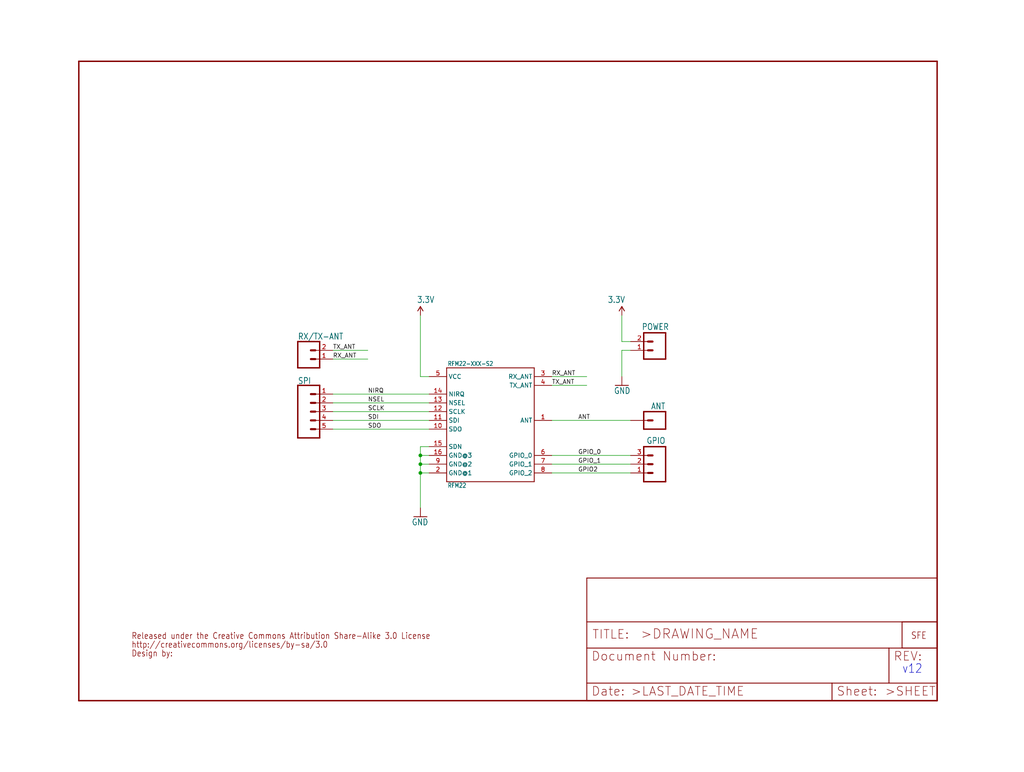
<source format=kicad_sch>
(kicad_sch (version 20211123) (generator eeschema)
  (paper "User" 297.002 223.926)
  (lib_symbols
    (symbol "schematicEagle-eagle-import:3.3V" (power)
      (property "Value" "3.3V" (at -1.016 3.556 0))
      (symbol "3.3V_1_0"
        (polyline (pts (xy 0 2.54) (xy -0.762 1.27)) (stroke (width 0.254)))
        (polyline (pts (xy 0.762 1.27) (xy 0 2.54)) (stroke (width 0.254)))
        (pin power_in line (at 0 0 90) (length 2.54) (name "3.3V") (number "1"))
      )
    )
    (symbol "schematicEagle-eagle-import:CREATIVE_COMMONS"
      (symbol "CREATIVE_COMMONS_1_0"
        (text "Design by:" (at 0 0 0) (effects (font (size 1.778 1.5113)) (justify left bottom)))
        (text "http://creativecommons.org/licenses/by-sa/3.0" (at 0 2.54 0) (effects (font (size 1.778 1.5113)) (justify left bottom)))
        (text "Released under the Creative Commons Attribution Share-Alike 3.0 License" (at 0 5.08 0) (effects (font (size 1.778 1.5113)) (justify left bottom)))
      )
    )
    (symbol "schematicEagle-eagle-import:FRAME-LETTER"
      (symbol "FRAME-LETTER_1_0"
        (polyline (pts (xy 0 0) (xy 248.92 0)) (stroke (width 0.4064)))
        (polyline (pts (xy 0 185.42) (xy 0 0)) (stroke (width 0.4064)))
        (polyline (pts (xy 0 185.42) (xy 248.92 185.42)) (stroke (width 0.4064)))
        (polyline (pts (xy 248.92 185.42) (xy 248.92 0)) (stroke (width 0.4064)))
      )
      (symbol "FRAME-LETTER_2_0"
        (polyline (pts (xy 0 0) (xy 0 5.08)) (stroke (width 0.254)))
        (polyline (pts (xy 0 0) (xy 71.12 0)) (stroke (width 0.254)))
        (polyline (pts (xy 0 5.08) (xy 0 15.24)) (stroke (width 0.254)))
        (polyline (pts (xy 0 5.08) (xy 71.12 5.08)) (stroke (width 0.254)))
        (polyline (pts (xy 0 15.24) (xy 0 22.86)) (stroke (width 0.254)))
        (polyline (pts (xy 0 22.86) (xy 0 35.56)) (stroke (width 0.254)))
        (polyline (pts (xy 0 22.86) (xy 101.6 22.86)) (stroke (width 0.254)))
        (polyline (pts (xy 71.12 0) (xy 101.6 0)) (stroke (width 0.254)))
        (polyline (pts (xy 71.12 5.08) (xy 71.12 0)) (stroke (width 0.254)))
        (polyline (pts (xy 71.12 5.08) (xy 87.63 5.08)) (stroke (width 0.254)))
        (polyline (pts (xy 87.63 5.08) (xy 101.6 5.08)) (stroke (width 0.254)))
        (polyline (pts (xy 87.63 15.24) (xy 0 15.24)) (stroke (width 0.254)))
        (polyline (pts (xy 87.63 15.24) (xy 87.63 5.08)) (stroke (width 0.254)))
        (polyline (pts (xy 101.6 5.08) (xy 101.6 0)) (stroke (width 0.254)))
        (polyline (pts (xy 101.6 15.24) (xy 87.63 15.24)) (stroke (width 0.254)))
        (polyline (pts (xy 101.6 15.24) (xy 101.6 5.08)) (stroke (width 0.254)))
        (polyline (pts (xy 101.6 22.86) (xy 101.6 15.24)) (stroke (width 0.254)))
        (polyline (pts (xy 101.6 35.56) (xy 0 35.56)) (stroke (width 0.254)))
        (polyline (pts (xy 101.6 35.56) (xy 101.6 22.86)) (stroke (width 0.254)))
        (text ">DRAWING_NAME" (at 15.494 17.78 0) (effects (font (size 2.7432 2.7432)) (justify left bottom)))
        (text ">LAST_DATE_TIME" (at 12.7 1.27 0) (effects (font (size 2.54 2.54)) (justify left bottom)))
        (text ">SHEET" (at 86.36 1.27 0) (effects (font (size 2.54 2.54)) (justify left bottom)))
        (text "Date:" (at 1.27 1.27 0) (effects (font (size 2.54 2.54)) (justify left bottom)))
        (text "Document Number:" (at 1.27 11.43 0) (effects (font (size 2.54 2.54)) (justify left bottom)))
        (text "REV:" (at 88.9 11.43 0) (effects (font (size 2.54 2.54)) (justify left bottom)))
        (text "Sheet:" (at 72.39 1.27 0) (effects (font (size 2.54 2.54)) (justify left bottom)))
        (text "TITLE:" (at 1.524 17.78 0) (effects (font (size 2.54 2.54)) (justify left bottom)))
      )
    )
    (symbol "schematicEagle-eagle-import:GND" (power)
      (property "Value" "GND" (at -2.54 -2.54 0))
      (symbol "GND_1_0"
        (polyline (pts (xy -1.905 0) (xy 1.905 0)) (stroke (width 0.254)))
        (pin power_in line (at 0 2.54 270) (length 2.54) (name "GND") (number "1"))
      )
    )
    (symbol "schematicEagle-eagle-import:LOGO-SFENEW"
      (symbol "LOGO-SFENEW_1_0"
        (polyline (pts (xy -2.54 -2.54) (xy 7.62 -2.54)) (stroke (width 0.254)))
        (polyline (pts (xy -2.54 5.08) (xy -2.54 -2.54)) (stroke (width 0.254)))
        (polyline (pts (xy 7.62 -2.54) (xy 7.62 5.08)) (stroke (width 0.254)))
        (polyline (pts (xy 7.62 5.08) (xy -2.54 5.08)) (stroke (width 0.254)))
        (text "SFE" (at 0 0 0) (effects (font (size 1.9304 1.6408)) (justify left bottom)))
      )
    )
    (symbol "schematicEagle-eagle-import:M01PTH"
      (property "Reference" "JP" (at -2.54 3.302 0))
      (property "Value" "M01PTH" (at -2.54 -5.08 0))
      (symbol "M01PTH_1_0"
        (polyline (pts (xy -2.54 2.54) (xy -2.54 -2.54)) (stroke (width 0.4064)))
        (polyline (pts (xy -2.54 2.54) (xy 3.81 2.54)) (stroke (width 0.4064)))
        (polyline (pts (xy 1.27 0) (xy 2.54 0)) (stroke (width 0.6096)))
        (polyline (pts (xy 3.81 -2.54) (xy -2.54 -2.54)) (stroke (width 0.4064)))
        (polyline (pts (xy 3.81 -2.54) (xy 3.81 2.54)) (stroke (width 0.4064)))
        (pin passive line (at 7.62 0 180) (length 5.08) (name "1") (number "1"))
      )
    )
    (symbol "schematicEagle-eagle-import:M02PTH"
      (property "Reference" "JP" (at -2.54 5.842 0))
      (property "Value" "M02PTH" (at -2.54 -5.08 0))
      (symbol "M02PTH_1_0"
        (polyline (pts (xy -2.54 5.08) (xy -2.54 -2.54)) (stroke (width 0.4064)))
        (polyline (pts (xy -2.54 5.08) (xy 3.81 5.08)) (stroke (width 0.4064)))
        (polyline (pts (xy 1.27 0) (xy 2.54 0)) (stroke (width 0.6096)))
        (polyline (pts (xy 1.27 2.54) (xy 2.54 2.54)) (stroke (width 0.6096)))
        (polyline (pts (xy 3.81 -2.54) (xy -2.54 -2.54)) (stroke (width 0.4064)))
        (polyline (pts (xy 3.81 -2.54) (xy 3.81 5.08)) (stroke (width 0.4064)))
        (pin passive line (at 7.62 0 180) (length 5.08) (name "1") (number "1"))
        (pin passive line (at 7.62 2.54 180) (length 5.08) (name "2") (number "2"))
      )
    )
    (symbol "schematicEagle-eagle-import:M03PTH"
      (property "Reference" "JP" (at -2.54 5.842 0))
      (property "Value" "M03PTH" (at -2.54 -7.62 0))
      (symbol "M03PTH_1_0"
        (polyline (pts (xy -2.54 5.08) (xy -2.54 -5.08)) (stroke (width 0.4064)))
        (polyline (pts (xy -2.54 5.08) (xy 3.81 5.08)) (stroke (width 0.4064)))
        (polyline (pts (xy 1.27 -2.54) (xy 2.54 -2.54)) (stroke (width 0.6096)))
        (polyline (pts (xy 1.27 0) (xy 2.54 0)) (stroke (width 0.6096)))
        (polyline (pts (xy 1.27 2.54) (xy 2.54 2.54)) (stroke (width 0.6096)))
        (polyline (pts (xy 3.81 -5.08) (xy -2.54 -5.08)) (stroke (width 0.4064)))
        (polyline (pts (xy 3.81 -5.08) (xy 3.81 5.08)) (stroke (width 0.4064)))
        (pin passive line (at 7.62 -2.54 180) (length 5.08) (name "1") (number "1"))
        (pin passive line (at 7.62 0 180) (length 5.08) (name "2") (number "2"))
        (pin passive line (at 7.62 2.54 180) (length 5.08) (name "3") (number "3"))
      )
    )
    (symbol "schematicEagle-eagle-import:M05PTH"
      (property "Reference" "JP" (at -2.54 8.382 0))
      (property "Value" "M05PTH" (at -2.54 -10.16 0))
      (symbol "M05PTH_1_0"
        (polyline (pts (xy -2.54 7.62) (xy -2.54 -7.62)) (stroke (width 0.4064)))
        (polyline (pts (xy -2.54 7.62) (xy 3.81 7.62)) (stroke (width 0.4064)))
        (polyline (pts (xy 1.27 -5.08) (xy 2.54 -5.08)) (stroke (width 0.6096)))
        (polyline (pts (xy 1.27 -2.54) (xy 2.54 -2.54)) (stroke (width 0.6096)))
        (polyline (pts (xy 1.27 0) (xy 2.54 0)) (stroke (width 0.6096)))
        (polyline (pts (xy 1.27 2.54) (xy 2.54 2.54)) (stroke (width 0.6096)))
        (polyline (pts (xy 1.27 5.08) (xy 2.54 5.08)) (stroke (width 0.6096)))
        (polyline (pts (xy 3.81 -7.62) (xy -2.54 -7.62)) (stroke (width 0.4064)))
        (polyline (pts (xy 3.81 -7.62) (xy 3.81 7.62)) (stroke (width 0.4064)))
        (pin passive line (at 7.62 -5.08 180) (length 5.08) (name "1") (number "1"))
        (pin passive line (at 7.62 -2.54 180) (length 5.08) (name "2") (number "2"))
        (pin passive line (at 7.62 0 180) (length 5.08) (name "3") (number "3"))
        (pin passive line (at 7.62 2.54 180) (length 5.08) (name "4") (number "4"))
        (pin passive line (at 7.62 5.08 180) (length 5.08) (name "5") (number "5"))
      )
    )
    (symbol "schematicEagle-eagle-import:RFM22"
      (property "Value" "RFM22" (at -12.446 -17.018 0))
      (symbol "RFM22_1_0"
        (polyline (pts (xy -12.7 -15.24) (xy 12.7 -15.24)) (stroke (width 0.254)))
        (polyline (pts (xy -12.7 17.78) (xy -12.7 -15.24)) (stroke (width 0.254)))
        (polyline (pts (xy 12.7 -15.24) (xy 12.7 17.78)) (stroke (width 0.254)))
        (polyline (pts (xy 12.7 17.78) (xy -12.7 17.78)) (stroke (width 0.254)))
        (pin bidirectional line (at 17.78 2.54 180) (length 5.08) (name "ANT") (number "1"))
        (pin output line (at -17.78 0 0) (length 5.08) (name "SDO") (number "10"))
        (pin input line (at -17.78 2.54 0) (length 5.08) (name "SDI") (number "11"))
        (pin input line (at -17.78 5.08 0) (length 5.08) (name "SCLK") (number "12"))
        (pin input line (at -17.78 7.62 0) (length 5.08) (name "NSEL") (number "13"))
        (pin output line (at -17.78 10.16 0) (length 5.08) (name "NIRQ") (number "14"))
        (pin input line (at -17.78 -5.08 0) (length 5.08) (name "SDN") (number "15"))
        (pin power_in line (at -17.78 -7.62 0) (length 5.08) (name "GND@3") (number "16"))
        (pin power_in line (at -17.78 -12.7 0) (length 5.08) (name "GND@1") (number "2"))
        (pin input line (at 17.78 15.24 180) (length 5.08) (name "RX_ANT") (number "3"))
        (pin input line (at 17.78 12.7 180) (length 5.08) (name "TX_ANT") (number "4"))
        (pin bidirectional line (at -17.78 15.24 0) (length 5.08) (name "VCC") (number "5"))
        (pin bidirectional line (at 17.78 -7.62 180) (length 5.08) (name "GPIO_0") (number "6"))
        (pin bidirectional line (at 17.78 -10.16 180) (length 5.08) (name "GPIO_1") (number "7"))
        (pin bidirectional line (at 17.78 -12.7 180) (length 5.08) (name "GPIO_2") (number "8"))
        (pin power_in line (at -17.78 -10.16 0) (length 5.08) (name "GND@2") (number "9"))
      )
    )
  )
  (junction (at 121.92 134.62))
  (junction (at 121.92 132.08))
  (junction (at 121.92 137.16))
  (wire (pts (xy 121.92 91.44) (xy 121.92 109.22)))
  (wire (pts (xy 121.92 134.62) (xy 121.92 137.16)))
  (wire (pts (xy 182.88 101.6) (xy 180.34 101.6)))
  (wire (pts (xy 124.46 116.84) (xy 96.52 116.84)))
  (wire (pts (xy 96.52 101.6) (xy 106.68 101.6)))
  (wire (pts (xy 121.92 129.54) (xy 121.92 132.08)))
  (wire (pts (xy 96.52 104.14) (xy 106.68 104.14)))
  (wire (pts (xy 180.34 99.06) (xy 180.34 91.44)))
  (wire (pts (xy 124.46 137.16) (xy 121.92 137.16)))
  (wire (pts (xy 160.02 111.76) (xy 170.18 111.76)))
  (wire (pts (xy 124.46 121.92) (xy 96.52 121.92)))
  (wire (pts (xy 124.46 119.38) (xy 96.52 119.38)))
  (wire (pts (xy 160.02 137.16) (xy 182.88 137.16)))
  (wire (pts (xy 160.02 132.08) (xy 182.88 132.08)))
  (wire (pts (xy 160.02 134.62) (xy 182.88 134.62)))
  (wire (pts (xy 124.46 114.3) (xy 96.52 114.3)))
  (wire (pts (xy 182.88 99.06) (xy 180.34 99.06)))
  (wire (pts (xy 121.92 109.22) (xy 124.46 109.22)))
  (wire (pts (xy 180.34 101.6) (xy 180.34 109.22)))
  (wire (pts (xy 182.88 121.92) (xy 160.02 121.92)))
  (wire (pts (xy 124.46 134.62) (xy 121.92 134.62)))
  (wire (pts (xy 124.46 124.46) (xy 96.52 124.46)))
  (wire (pts (xy 160.02 109.22) (xy 170.18 109.22)))
  (wire (pts (xy 124.46 129.54) (xy 121.92 129.54)))
  (wire (pts (xy 124.46 132.08) (xy 121.92 132.08)))
  (wire (pts (xy 121.92 137.16) (xy 121.92 147.32)))
  (wire (pts (xy 121.92 132.08) (xy 121.92 134.62)))
  (text "v12" (at 261.62 195.58 180) (effects (font (size 2.54 2.159)) (justify left bottom)))
  (label "NIRQ" (at 106.68 114.3 0) (effects (font (size 1.2446 1.2446))))
  (label "ANT" (at 167.64 121.92 0) (effects (font (size 1.2446 1.2446))))
  (label "NSEL" (at 106.68 116.84 0) (effects (font (size 1.2446 1.2446))))
  (label "GPIO_1" (at 167.64 134.62 0) (effects (font (size 1.2446 1.2446))))
  (label "RX_ANT" (at 96.52 104.14 0) (effects (font (size 1.2446 1.2446))))
  (label "SDO" (at 106.68 124.46 0) (effects (font (size 1.2446 1.2446))))
  (label "TX_ANT" (at 96.52 101.6 0) (effects (font (size 1.2446 1.2446))))
  (label "SDI" (at 106.68 121.92 0) (effects (font (size 1.2446 1.2446))))
  (label "TX_ANT" (at 160.02 111.76 0) (effects (font (size 1.2446 1.2446))))
  (label "GPIO2" (at 167.64 137.16 0) (effects (font (size 1.2446 1.2446))))
  (label "SCLK" (at 106.68 119.38 0) (effects (font (size 1.2446 1.2446))))
  (label "GPIO_0" (at 167.64 132.08 0) (effects (font (size 1.2446 1.2446))))
  (label "RX_ANT" (at 160.02 109.22 0) (effects (font (size 1.2446 1.2446))))
  (symbol (lib_id "schematicEagle-eagle-import:3.3V") (at 121.92 91.44 0) (unit 1)
    (property "Reference" "#P+1" (effects hide))
    (property "Value" "3.3V" (at 120.904 87.884 0) (effects (font (size 1.778 1.5113)) (justify left bottom)))
    (property "Footprint" "schematicEagle:" (effects hide))
  )
  (symbol (lib_id "schematicEagle-eagle-import:GND") (at 180.34 111.76 0) (mirror y) (unit 1)
    (property "Reference" "#GND2" (effects hide))
    (property "Value" "GND" (at 182.88 114.3 0) (effects (font (size 1.778 1.5113)) (justify left bottom)))
    (property "Footprint" "schematicEagle:" (effects hide))
  )
  (symbol (lib_id "schematicEagle-eagle-import:M03PTH") (at 190.5 134.62 0) (mirror y) (unit 1)
    (property "Reference" "JP3" (effects hide))
    (property "Value" "GPIO" (at 193.04 128.778 0) (effects (font (size 1.778 1.5113)) (justify left bottom)))
    (property "Footprint" "schematicEagle:1X03" (effects hide))
  )
  (symbol (lib_id "schematicEagle-eagle-import:FRAME-LETTER") (at 22.86 203.2 0) (unit 1)
    (property "Reference" "#FRAME1" (effects hide))
    (property "Value" "FRAME-LETTER" (effects hide))
    (property "Footprint" "schematicEagle:" (effects hide))
  )
  (symbol (lib_id "schematicEagle-eagle-import:CREATIVE_COMMONS") (at 38.1 190.5 0) (unit 1)
    (property "Reference" "U$1" (effects hide))
    (property "Value" "CREATIVE_COMMONS" (effects hide))
    (property "Footprint" "schematicEagle:CREATIVE_COMMONS" (effects hide))
  )
  (symbol (lib_id "schematicEagle-eagle-import:M02PTH") (at 190.5 101.6 0) (mirror y) (unit 1)
    (property "Reference" "JP0" (effects hide))
    (property "Value" "POWER" (at 194.056 95.758 0) (effects (font (size 1.778 1.5113)) (justify left bottom)))
    (property "Footprint" "schematicEagle:1X02" (effects hide))
  )
  (symbol (lib_id "schematicEagle-eagle-import:FRAME-LETTER") (at 170.18 203.2 0) (unit 2)
    (property "Reference" "#FRAME1" (effects hide))
    (property "Value" "FRAME-LETTER" (effects hide))
    (property "Footprint" "schematicEagle:" (effects hide))
  )
  (symbol (lib_id "schematicEagle-eagle-import:M02PTH") (at 88.9 104.14 0) (unit 1)
    (property "Reference" "JP5" (effects hide))
    (property "Value" "RX/TX-ANT" (at 86.36 98.552 0) (effects (font (size 1.778 1.5113)) (justify left bottom)))
    (property "Footprint" "schematicEagle:1X02" (effects hide))
  )
  (symbol (lib_id "schematicEagle-eagle-import:M05PTH") (at 88.9 119.38 0) (mirror x) (unit 1)
    (property "Reference" "JP4" (effects hide))
    (property "Value" "SPI" (at 86.36 109.474 0) (effects (font (size 1.778 1.5113)) (justify left bottom)))
    (property "Footprint" "schematicEagle:1X05" (effects hide))
  )
  (symbol (lib_id "schematicEagle-eagle-import:RFM22") (at 142.24 124.46 0) (unit 1)
    (property "Reference" "RFM22-XXX-S2" (at 129.794 106.172 0) (effects (font (size 1.27 1.0795)) (justify left bottom)))
    (property "Value" "RFM22" (at 129.794 141.478 0) (effects (font (size 1.27 1.0795)) (justify left bottom)))
    (property "Footprint" "schematicEagle:RFM22-XXX-S2" (effects hide))
  )
  (symbol (lib_id "schematicEagle-eagle-import:LOGO-SFENEW") (at 264.16 185.42 0) (unit 1)
    (property "Reference" "JP1" (effects hide))
    (property "Value" "LOGO-SFENEW" (effects hide))
    (property "Footprint" "schematicEagle:SFE-NEW-WEBLOGO" (effects hide))
  )
  (symbol (lib_id "schematicEagle-eagle-import:GND") (at 121.92 149.86 0) (unit 1)
    (property "Reference" "#GND1" (effects hide))
    (property "Value" "GND" (at 119.38 152.4 0) (effects (font (size 1.778 1.5113)) (justify left bottom)))
    (property "Footprint" "schematicEagle:" (effects hide))
  )
  (symbol (lib_id "schematicEagle-eagle-import:3.3V") (at 180.34 91.44 0) (mirror y) (unit 1)
    (property "Reference" "#P+2" (effects hide))
    (property "Value" "3.3V" (at 181.356 87.884 0) (effects (font (size 1.778 1.5113)) (justify left bottom)))
    (property "Footprint" "schematicEagle:" (effects hide))
  )
  (symbol (lib_id "schematicEagle-eagle-import:M01PTH") (at 190.5 121.92 180) (unit 1)
    (property "Reference" "JP2" (effects hide))
    (property "Value" "ANT" (at 193.04 116.84 0) (effects (font (size 1.778 1.5113)) (justify left bottom)))
    (property "Footprint" "schematicEagle:1X01" (effects hide))
  )
)
</source>
